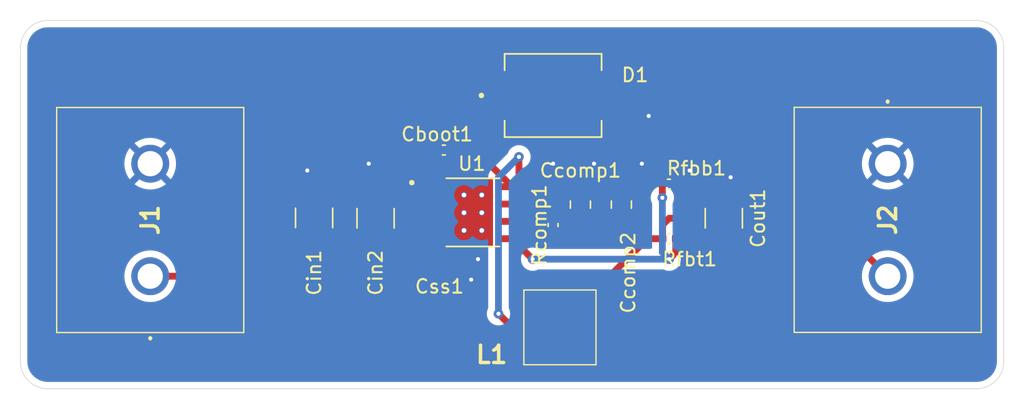
<source format=kicad_pcb>
(kicad_pcb (version 20241229) (generator "pcbnew") (generator_version "9.0")
  (layers (0 "F.Cu" signal) (2 "B.Cu" signal) (13 "F.Paste" user) (15 "B.Paste" user) (5 "F.SilkS" user "F.Silkscreen") (7 "B.SilkS" user "B.Silkscreen") (1 "F.Mask" user) (3 "B.Mask" user) (25 "Edge.Cuts" user))
  (net 0 "")
  (net 1 "Net-(U1-PH)")
  (net 2 "Net-(U1-BOOT)")
  (net 3 "/COMP")
  (net 4 "GND")
  (net 5 "Net-(Ccomp2-Pad1)")
  (net 6 "VIN")
  (net 7 "VOUT")
  (net 8 "Net-(U1-SS)")
  (net 9 "/VFB")
  (footprint "Capacitor_SMD:C_1210_3225Metric" (layer "F.Cu") (at 121 77.5 90)
    (property "Reference" "Cin2" (at -4 0 90) (layer "F.SilkS"))
    (property "Value" "10uF")
    (fp_line (start -0.711252 -1.36) (end 0.711252 -1.36) (stroke (width 0.12)) (layer "F.SilkS"))
    (fp_line (start -0.711252 1.36) (end 0.711252 1.36) (stroke (width 0.12)) (layer "F.SilkS"))
    (pad "1" smd roundrect (at -1.475 0 90) (size 1.15 2.7) (layers "F.Cu" "F.Mask" "F.Paste") (roundrect_rratio 0.217391) (net 6 "VIN"))
    (pad "2" smd roundrect (at 1.475 0 90) (size 1.15 2.7) (layers "F.Cu" "F.Mask" "F.Paste") (roundrect_rratio 0.217391) (net 4 "GND"))
  )
  (footprint "Capacitor_SMD:C_0201_0603Metric" (layer "F.Cu") (at 125.68 81.5)
    (property "Reference" "Css1" (at 0 1 0) (layer "F.SilkS"))
    (property "Value" "8.2nF")
    (pad "1" smd roundrect (at -0.32 0) (size 0.46 0.4) (layers "F.Cu" "F.Mask") (net 8 "Net-(U1-SS)"))
    (pad "2" smd roundrect (at 0.32 0) (size 0.46 0.4) (layers "F.Cu" "F.Mask") (net 4 "GND"))
  )
  (footprint "Capacitor_SMD:C_0402_1005Metric" (layer "F.Cu") (at 126 72.5)
    (property "Reference" "Cboot1" (at -0.5 -1.16 0) (layer "F.SilkS"))
    (property "Value" "100nF")
    (fp_line (start -0.107836 -0.36) (end 0.107836 -0.36) (stroke (width 0.12)) (layer "F.SilkS"))
    (fp_line (start -0.107836 0.36) (end 0.107836 0.36) (stroke (width 0.12)) (layer "F.SilkS"))
    (pad "1" smd roundrect (at -0.48 0) (size 0.56 0.62) (layers "F.Cu" "F.Mask" "F.Paste") (net 1 "Net-(U1-PH)"))
    (pad "2" smd roundrect (at 0.48 0) (size 0.56 0.62) (layers "F.Cu" "F.Mask" "F.Paste") (net 2 "Net-(U1-BOOT)"))
  )
  (footprint "SamacSys_Parts:19774772" (layer "F.Cu") (at 158.5 73.5 -90)
    (property "Reference" "J2" (at 4.12 0 90) (layer "F.SilkS") (effects (font (size 1.27 1.27) (thickness 0.254))))
    (property "Value" "OUTPUT" (hide yes))
    (fp_line (start -4.13 6.85) (end -4.13 -6.85) (stroke (width 0.1)) (layer "F.SilkS"))
    (fp_line (start 12.37 6.85) (end -4.13 6.85) (stroke (width 0.1)) (layer "F.SilkS"))
    (fp_line (start -4.6 0) (end -4.6 0) (stroke (width 0.2)) (layer "F.SilkS"))
    (fp_line (start -4.6 0) (end -4.6 0) (stroke (width 0.2)) (layer "F.SilkS"))
    (fp_line (start -4.5 0) (end -4.5 0) (stroke (width 0.2)) (layer "F.SilkS"))
    (fp_line (start -4.13 -6.85) (end 12.37 -6.85) (stroke (width 0.1)) (layer "F.SilkS"))
    (fp_line (start 12.37 -6.85) (end 12.37 6.85) (stroke (width 0.1)) (layer "F.SilkS"))
    (fp_arc (start -4.6 0) (mid -4.55 -0.05) (end -4.5 0) (stroke (width 0.2)) (layer "F.SilkS"))
    (fp_arc (start -4.5 0) (mid -4.55 0.05) (end -4.6 0) (stroke (width 0.2)) (layer "F.SilkS"))
    (fp_arc (start -4.5 0) (mid -4.55 0.05) (end -4.6 0) (stroke (width 0.2)) (layer "F.SilkS"))
    (pad "1" thru_hole circle (at 0 0 270) (size 2.775 2.775) (drill 1.85) (layers "*.Cu" "*.Mask") (net 4 "GND"))
    (pad "2" thru_hole circle (at 8.25 0 270) (size 2.775 2.775) (drill 1.85) (layers "*.Cu" "*.Mask") (net 7 "VOUT"))
  )
  (footprint "Capacitor_SMD:C_1210_3225Metric" (layer "F.Cu") (at 146.5 77.5 90)
    (property "Reference" "Cout1" (at 0 2.5 90) (layer "F.SilkS"))
    (property "Value" "100uF")
    (fp_line (start -0.711252 -1.36) (end 0.711252 -1.36) (stroke (width 0.12)) (layer "F.SilkS"))
    (fp_line (start -0.711252 1.36) (end 0.711252 1.36) (stroke (width 0.12)) (layer "F.SilkS"))
    (pad "1" smd roundrect (at -1.475 0 90) (size 1.15 2.7) (layers "F.Cu" "F.Mask" "F.Paste") (roundrect_rratio 0.217391) (net 7 "VOUT"))
    (pad "2" smd roundrect (at 1.475 0 90) (size 1.15 2.7) (layers "F.Cu" "F.Mask" "F.Paste") (roundrect_rratio 0.217391) (net 4 "GND"))
  )
  (footprint "Capacitor_SMD:C_0402_1005Metric" (layer "F.Cu") (at 134 78 -90)
    (property "Reference" "Rcomp1" (at 0 1 90) (layer "F.SilkS"))
    (property "Value" "21.5K")
    (fp_line (start -0.107836 0.36) (end 0.107836 0.36) (stroke (width 0.12)) (layer "F.SilkS"))
    (fp_line (start -0.107836 -0.36) (end 0.107836 -0.36) (stroke (width 0.12)) (layer "F.SilkS"))
    (pad "1" smd roundrect (at -0.48 0 270) (size 0.56 0.62) (layers "F.Cu" "F.Mask" "F.Paste") (net 3 "/COMP"))
    (pad "2" smd roundrect (at 0.48 0 270) (size 0.56 0.62) (layers "F.Cu" "F.Mask" "F.Paste") (net 5 "Net-(Ccomp2-Pad1)"))
  )
  (footprint "custom_footprints:CONV_TPS54331DDAR" (layer "F.Cu") (at 128.125 77.095)
    (property "Reference" "U1" (at -0.075 -3.595 0) (layer "F.SilkS"))
    (property "Value" "TPS54331DDAR" (hide yes))
    (fp_line (start -1.95 -2.525) (end 1.95 -2.525) (stroke (width 0.127)) (layer "F.SilkS"))
    (fp_line (start -1.95 2.475) (end 1.95 2.475) (stroke (width 0.127)) (layer "F.SilkS"))
    (fp_circle (center -4.47 -2.205) (end -4.37 -2.205) (stroke (width 0.2)) (fill no) (layer "F.SilkS"))
    (pad "1" smd rect (at -2.875 -1.905) (size 2.2 0.5) (layers "F.Cu") (net 2 "Net-(U1-BOOT)"))
    (pad "2" smd rect (at -2.875 -0.635) (size 2.2 0.5) (layers "F.Cu") (net 6 "VIN"))
    (pad "3" smd rect (at -2.875 0.635) (size 2.2 0.5) (layers "F.Cu"))
    (pad "4" smd rect (at -2.875 1.905) (size 2.2 0.5) (layers "F.Cu") (net 8 "Net-(U1-SS)"))
    (pad "5" smd roundrect (at 2.875 1.905) (size 2.2 0.5) (layers "F.Cu") (roundrect_rratio 0.05) (net 9 "/VFB"))
    (pad "6" smd roundrect (at 2.875 0.635) (size 2.2 0.5) (layers "F.Cu") (roundrect_rratio 0.05) (net 3 "/COMP"))
    (pad "7" smd roundrect (at 2.875 -0.635) (size 2.2 0.5) (layers "F.Cu") (roundrect_rratio 0.05) (net 4 "GND"))
    (pad "8" smd roundrect (at 2.875 -1.905) (size 2.2 0.5) (layers "F.Cu") (roundrect_rratio 0.05) (net 1 "Net-(U1-PH)"))
    (pad "9" smd rect (at 0 0) (size 2.95 4.9) (layers "F.Cu") (net 4 "GND"))
    (pad "10" thru_hole circle (at -0.65 -1.3) (size 0.43 0.43) (drill 0.33) (layers "*.Cu"))
    (pad "11" thru_hole circle (at 0.65 -1.3) (size 0.43 0.43) (drill 0.33) (layers "*.Cu"))
    (pad "12" thru_hole circle (at -0.65 0) (size 0.43 0.43) (drill 0.33) (layers "*.Cu"))
    (pad "13" thru_hole circle (at 0.65 0) (size 0.43 0.43) (drill 0.33) (layers "*.Cu"))
    (pad "14" thru_hole circle (at -0.65 1.3) (size 0.43 0.43) (drill 0.33) (layers "*.Cu"))
    (pad "15" thru_hole circle (at 0.65 1.3) (size 0.43 0.43) (drill 0.33) (layers "*.Cu"))
  )
  (footprint "Capacitor_SMD:C_0402_1005Metric" (layer "F.Cu") (at 142.5 79)
    (property "Reference" "Rfbt1" (at 1.5 1.5 0) (layer "F.SilkS"))
    (property "Value" "10.2K")
    (fp_line (start -0.107836 -0.36) (end 0.107836 -0.36) (stroke (width 0.12)) (layer "F.SilkS"))
    (fp_line (start -0.107836 0.36) (end 0.107836 0.36) (stroke (width 0.12)) (layer "F.SilkS"))
    (pad "1" smd roundrect (at -0.48 0) (size 0.56 0.62) (layers "F.Cu" "F.Mask" "F.Paste") (net 7 "VOUT"))
    (pad "2" smd roundrect (at 0.48 0) (size 0.56 0.62) (layers "F.Cu" "F.Mask" "F.Paste") (net 9 "/VFB"))
  )
  (footprint "Capacitor_SMD:C_1210_3225Metric" (layer "F.Cu") (at 116.5 77.475 90)
    (property "Reference" "Cin1" (at -4.025 0 90) (layer "F.SilkS"))
    (property "Value" "10uF")
    (fp_line (start -0.711252 -1.36) (end 0.711252 -1.36) (stroke (width 0.12)) (layer "F.SilkS"))
    (fp_line (start -0.711252 1.36) (end 0.711252 1.36) (stroke (width 0.12)) (layer "F.SilkS"))
    (pad "1" smd roundrect (at -1.475 0 90) (size 1.15 2.7) (layers "F.Cu" "F.Mask" "F.Paste") (roundrect_rratio 0.217391) (net 6 "VIN"))
    (pad "2" smd roundrect (at 1.475 0 90) (size 1.15 2.7) (layers "F.Cu" "F.Mask" "F.Paste") (roundrect_rratio 0.217391) (net 4 "GND"))
  )
  (footprint "Capacitor_SMD:C_0402_1005Metric" (layer "F.Cu") (at 142.48 75)
    (property "Reference" "Rfbb1" (at 2.02 -1.16 0) (layer "F.SilkS"))
    (property "Value" "3.24K")
    (fp_line (start -0.107836 -0.36) (end 0.107836 -0.36) (stroke (width 0.12)) (layer "F.SilkS"))
    (fp_line (start -0.107836 0.36) (end 0.107836 0.36) (stroke (width 0.12)) (layer "F.SilkS"))
    (pad "1" smd roundrect (at -0.48 0) (size 0.56 0.62) (layers "F.Cu" "F.Mask" "F.Paste") (net 9 "/VFB"))
    (pad "2" smd roundrect (at 0.48 0) (size 0.56 0.62) (layers "F.Cu" "F.Mask" "F.Paste") (net 4 "GND"))
  )
  (footprint "Capacitor_SMD:C_0805_2012Metric" (layer "F.Cu") (at 136 76.5 90)
    (property "Reference" "Ccomp1" (at 2.5 0 180) (layer "F.SilkS"))
    (property "Value" "10pF")
    (fp_line (start -0.261252 -0.735) (end 0.261252 -0.735) (stroke (width 0.12)) (layer "F.SilkS"))
    (fp_line (start -0.261252 0.735) (end 0.261252 0.735) (stroke (width 0.12)) (layer "F.SilkS"))
    (pad "1" smd roundrect (at -0.95 0 90) (size 1 1.45) (layers "F.Cu" "F.Mask" "F.Paste") (net 3 "/COMP"))
    (pad "2" smd roundrect (at 0.95 0 90) (size 1 1.45) (layers "F.Cu" "F.Mask" "F.Paste") (net 4 "GND"))
  )
  (footprint "SamacSys_Parts:XAL5020801MEC" (layer "F.Cu") (at 134.5 85.5)
    (property "Reference" "L1" (at -5 2 0) (layer "F.SilkS") (effects (font (size 1.27 1.27) (thickness 0.254))))
    (property "Value" "6.8uH" (hide yes))
    (fp_line (start -2.64 -2.74) (end 2.64 -2.74) (stroke (width 0.1)) (layer "F.SilkS"))
    (fp_line (start -2.64 2.74) (end -2.64 -2.74) (stroke (width 0.1)) (layer "F.SilkS"))
    (fp_line (start 2.64 -2.74) (end 2.64 2.74) (stroke (width 0.1)) (layer "F.SilkS"))
    (fp_line (start 2.64 2.74) (end -2.64 2.74) (stroke (width 0.1)) (layer "F.SilkS"))
    (pad "1" smd rect (at -1.655 0) (size 1.18 4.7) (layers "F.Cu" "F.Mask" "F.Paste") (net 1 "Net-(U1-PH)"))
    (pad "2" smd rect (at 1.655 0) (size 1.18 4.7) (layers "F.Cu" "F.Mask" "F.Paste") (net 7 "VOUT"))
  )
  (footprint "SamacSys_Parts:19774772" (layer "F.Cu") (at 104.5 81.75 90)
    (property "Reference" "J1" (at 4.12 0 90) (layer "F.SilkS") (effects (font (size 1.27 1.27) (thickness 0.254))))
    (property "Value" "INPUT" (hide yes))
    (fp_line (start 12.37 -6.85) (end 12.37 6.85) (stroke (width 0.1)) (layer "F.SilkS"))
    (fp_line (start -4.13 -6.85) (end 12.37 -6.85) (stroke (width 0.1)) (layer "F.SilkS"))
    (fp_line (start -4.5 0) (end -4.5 0) (stroke (width 0.2)) (layer "F.SilkS"))
    (fp_line (start -4.6 0) (end -4.6 0) (stroke (width 0.2)) (layer "F.SilkS"))
    (fp_line (start -4.6 0) (end -4.6 0) (stroke (width 0.2)) (layer "F.SilkS"))
    (fp_line (start 12.37 6.85) (end -4.13 6.85) (stroke (width 0.1)) (layer "F.SilkS"))
    (fp_line (start -4.13 6.85) (end -4.13 -6.85) (stroke (width 0.1)) (layer "F.SilkS"))
    (fp_arc (start -4.5 0) (mid -4.55 0.05) (end -4.6 0) (stroke (width 0.2)) (layer "F.SilkS"))
    (fp_arc (start -4.5 0) (mid -4.55 0.05) (end -4.6 0) (stroke (width 0.2)) (layer "F.SilkS"))
    (fp_arc (start -4.6 0) (mid -4.55 -0.05) (end -4.5 0) (stroke (width 0.2)) (layer "F.SilkS"))
    (pad "1" thru_hole circle (at 0 0 90) (size 2.775 2.775) (drill 1.85) (layers "*.Cu" "*.Mask") (net 6 "VIN"))
    (pad "2" thru_hole circle (at 8.25 0 90) (size 2.775 2.775) (drill 1.85) (layers "*.Cu" "*.Mask") (net 4 "GND"))
  )
  (footprint "Capacitor_SMD:C_0805_2012Metric" (layer "F.Cu") (at 139 76.5 90)
    (property "Reference" "Ccomp2" (at -5 0.5 90) (layer "F.SilkS"))
    (property "Value" "1.8nF")
    (fp_line (start -0.261252 -0.735) (end 0.261252 -0.735) (stroke (width 0.12)) (layer "F.SilkS"))
    (fp_line (start -0.261252 0.735) (end 0.261252 0.735) (stroke (width 0.12)) (layer "F.SilkS"))
    (pad "1" smd roundrect (at -0.95 0 90) (size 1 1.45) (layers "F.Cu" "F.Mask" "F.Paste") (net 5 "Net-(Ccomp2-Pad1)"))
    (pad "2" smd roundrect (at 0.95 0 90) (size 1 1.45) (layers "F.Cu" "F.Mask" "F.Paste") (net 4 "GND"))
  )
  (footprint "custom_footprints:DIOM6959X245N" (layer "F.Cu") (at 134 68.5)
    (property "Reference" "D1" (at 6 -1.5 0) (layer "F.SilkS"))
    (property "Value" "B540C-13-F")
    (fp_line (start -3.55 -3.05) (end 3.55 -3.05) (stroke (width 0.127)) (layer "F.SilkS"))
    (fp_line (start -3.55 -1.8485) (end -3.55 -3.05) (stroke (width 0.127)) (layer "F.SilkS"))
    (fp_line (start -3.55 1.8485) (end -3.55 3.05) (stroke (width 0.127)) (layer "F.SilkS"))
    (fp_line (start -3.55 3.05) (end 3.55 3.05) (stroke (width 0.127)) (layer "F.SilkS"))
    (fp_line (start 3.55 -3.05) (end 3.55 -1.8485) (stroke (width 0.127)) (layer "F.SilkS"))
    (fp_line (start 3.55 3.05) (end 3.55 1.8485) (stroke (width 0.127)) (layer "F.SilkS"))
    (fp_circle (center -5.25 0) (end -5.15 0) (stroke (width 0.2)) (fill no) (layer "F.SilkS"))
    (pad "A" smd roundrect (at 3.365 0) (size 2.33 3.07) (layers "F.Cu" "F.Mask" "F.Paste") (roundrect_rratio 0.125) (net 4 "GND"))
    (pad "C" smd roundrect (at -3.365 0) (size 2.33 3.07) (layers "F.Cu" "F.Mask" "F.Paste") (roundrect_rratio 0.125) (net 1 "Net-(U1-PH)"))
  )
  (gr_arc (start 97 90) (mid 95.585786 89.414214) (end 95 88) (stroke (width 0.05)) (layer "Edge.Cuts"))
  (gr_line (start 165 90) (end 97 90) (stroke (width 0.05)) (layer "Edge.Cuts"))
  (gr_line (start 167 65) (end 167 88) (stroke (width 0.05)) (layer "Edge.Cuts"))
  (gr_arc (start 95 65) (mid 95.585786 63.585786) (end 97 63) (stroke (width 0.05)) (layer "Edge.Cuts"))
  (gr_line (start 95 88) (end 95 65) (stroke (width 0.05)) (layer "Edge.Cuts"))
  (gr_arc (start 165 63) (mid 166.414214 63.585786) (end 167 65) (stroke (width 0.05)) (layer "Edge.Cuts"))
  (gr_line (start 97 63) (end 165 63) (stroke (width 0.05)) (layer "Edge.Cuts"))
  (gr_arc (start 167 88) (mid 166.414214 89.414214) (end 165 90) (stroke (width 0.05)) (layer "Edge.Cuts"))
  (segment (start 130.635 68.5) (end 128 68.5) (width 0.5) (layer "F.Cu") (net 1))
  (segment (start 125.52 72.5) (end 125.52 72.190001) (width 0.5) (layer "F.Cu") (net 1))
  (segment (start 131.5 74.69) (end 131 75.19) (width 0.5) (layer "F.Cu") (net 1))
  (segment (start 131.5 73) (end 131.5 74.69) (width 0.5) (layer "F.Cu") (net 1))
  (segment (start 128.5 72.69) (end 131 75.19) (width 0.5) (layer "F.Cu") (net 1))
  (segment (start 132.845 85.5) (end 131 85.5) (width 0.5) (layer "F.Cu") (net 1))
  (segment (start 125.52 72.190001) (end 125.52 70.98) (width 0.5) (layer "F.Cu") (net 1))
  (segment (start 125.52 70.98) (end 125.645 70.855) (width 0.5) (layer "F.Cu") (net 1))
  (segment (start 131 85.5) (end 130 84.5) (width 0.5) (layer "F.Cu") (net 1))
  (segment (start 128 68.5) (end 125.52 70.98) (width 0.5) (layer "F.Cu") (net 1))
  (segment (start 125.645 70.855) (end 128.5 70.855) (width 0.5) (layer "F.Cu") (net 1))
  (segment (start 128.5 70.855) (end 128.5 72.69) (width 0.5) (layer "F.Cu") (net 1))
  (via (at 131.5 73) (size 0.7) (drill 0.3) (layers "F.Cu" "B.Cu") (net 1))
  (via (at 130 84.5) (size 0.7) (drill 0.3) (layers "F.Cu" "B.Cu") (net 1))
  (segment (start 130 74.5) (end 131.5 73) (width 0.5) (layer "B.Cu") (net 1))
  (segment (start 130 84.5) (end 130 74.5) (width 0.5) (layer "B.Cu") (net 1))
  (segment (start 126.48 73.96) (end 125.25 75.19) (width 0.5) (layer "F.Cu") (net 2))
  (segment (start 126.48 72.5) (end 126.48 73.96) (width 0.5) (layer "F.Cu") (net 2))
  (segment (start 136 77.45) (end 134.07 77.45) (width 0.5) (layer "F.Cu") (net 3))
  (segment (start 134.07 77.45) (end 134 77.52) (width 0.5) (layer "F.Cu") (net 3))
  (segment (start 134 77.52) (end 131.21 77.52) (width 0.5) (layer "F.Cu") (net 3))
  (segment (start 131.21 77.52) (end 131 77.73) (width 0.5) (layer "F.Cu") (net 3))
  (segment (start 116.5 74.5) (end 116 74) (width 0.5) (layer "F.Cu") (net 4))
  (segment (start 137.365 68.5) (end 139.5 68.5) (width 0.5) (layer "F.Cu") (net 4))
  (segment (start 136 74.5) (end 137 73.5) (width 0.5) (layer "F.Cu") (net 4))
  (segment (start 131 76.46) (end 132.1 76.46) (width 0.5) (layer "F.Cu") (net 4))
  (segment (start 142.96 75) (end 143 75) (width 0.5) (layer "F.Cu") (net 4))
  (segment (start 128.125 80.125) (end 128.5 80.5) (width 0.5) (layer "F.Cu") (net 4))
  (segment (start 126 81.5) (end 127 81.5) (width 0.4) (layer "F.Cu") (net 4))
  (segment (start 121 74) (end 120.5 73.5) (width 0.5) (layer "F.Cu") (net 4))
  (segment (start 128 82) (end 127.5 82) (width 0.5) (layer "F.Cu") (net 4))
  (segment (start 116.5 76) (end 116.5 74.5) (width 0.5) (layer "F.Cu") (net 4))
  (segment (start 146.5 75) (end 147 74.5) (width 0.5) (layer "F.Cu") (net 4))
  (segment (start 121 76.025) (end 121 74) (width 0.5) (layer "F.Cu") (net 4))
  (segment (start 128.125 77.095) (end 128.125 80.125) (width 0.5) (layer "F.Cu") (net 4))
  (segment (start 146.5 76.025) (end 146.5 75) (width 0.5) (layer "F.Cu") (net 4))
  (segment (start 139.5 68.5) (end 141 70) (width 0.5) (layer "F.Cu") (net 4))
  (segment (start 139 75.55) (end 139 75) (width 0.5) (layer "F.Cu") (net 4))
  (segment (start 127.5 82) (end 127 81.5) (width 0.5) (layer "F.Cu") (net 4))
  (segment (start 134 74.56) (end 134 73.5) (width 0.5) (layer "F.Cu") (net 4))
  (segment (start 143 75) (end 144 74) (width 0.5) (layer "F.Cu") (net 4))
  (segment (start 132.1 76.46) (end 134 74.56) (width 0.5) (layer "F.Cu") (net 4))
  (segment (start 139 75) (end 140.5 73.5) (width 0.5) (layer "F.Cu") (net 4))
  (segment (start 136 75.55) (end 136 74.5) (width 0.5) (layer "F.Cu") (net 4))
  (via (at 137 73.5) (size 0.7) (drill 0.3) (layers "F.Cu" "B.Cu") (net 4))
  (via (at 144 74) (size 0.7) (drill 0.3) (layers "F.Cu" "B.Cu") (net 4))
  (via (at 147 74.5) (size 0.7) (drill 0.3) (layers "F.Cu" "B.Cu") (net 4))
  (via (at 128.5 80.5) (size 0.7) (drill 0.3) (layers "F.Cu" "B.Cu") (net 4))
  (via (at 134 73.5) (size 0.7) (drill 0.3) (layers "F.Cu" "B.Cu") (net 4))
  (via (at 140.5 73.5) (size 0.7) (drill 0.3) (layers "F.Cu" "B.Cu") (net 4))
  (via (at 120.5 73.5) (size 0.7) (drill 0.3) (layers "F.Cu" "B.Cu") (net 4))
  (via (at 128 82) (size 0.7) (drill 0.3) (layers "F.Cu" "B.Cu") (net 4))
  (via (at 141 70) (size 0.7) (drill 0.3) (layers "F.Cu" "B.Cu") (net 4))
  (via (at 116 74) (size 0.7) (drill 0.3) (layers "F.Cu" "B.Cu") (net 4))
  (segment (start 139 77.45) (end 137.97 78.48) (width 0.5) (layer "F.Cu") (net 5))
  (segment (start 137.97 78.48) (end 134 78.48) (width 0.5) (layer "F.Cu") (net 5))
  (segment (start 123.515 76.46) (end 125.25 76.46) (width 0.5) (layer "F.Cu") (net 6))
  (segment (start 121 78.975) (end 123.515 76.46) (width 0.5) (layer "F.Cu") (net 6))
  (segment (start 104.5 81.75) (end 113.7 81.75) (width 0.5) (layer "F.Cu") (net 6))
  (segment (start 113.7 81.75) (end 116.5 78.95) (width 0.5) (layer "F.Cu") (net 6))
  (segment (start 116.5 78.95) (end 120.975 78.95) (width 0.5) (layer "F.Cu") (net 6))
  (segment (start 120.975 78.95) (end 121 78.975) (width 0.5) (layer "F.Cu") (net 6))
  (segment (start 142.5 77.5) (end 145.025 77.5) (width 0.5) (layer "F.Cu") (net 7))
  (segment (start 145.025 77.5) (end 146.5 78.975) (width 0.5) (layer "F.Cu") (net 7))
  (segment (start 146.5 78.975) (end 155.725 78.975) (width 0.5) (layer "F.Cu") (net 7))
  (segment (start 142.02 77.98) (end 142.5 77.5) (width 0.5) (layer "F.Cu") (net 7))
  (segment (start 155.725 78.975) (end 158.5 81.75) (width 0.5) (layer "F.Cu") (net 7))
  (segment (start 142.02 79) (end 142.02 77.98) (width 0.5) (layer "F.Cu") (net 7))
  (segment (start 140.895 79) (end 142.02 79) (width 0.5) (layer "F.Cu") (net 7))
  (segment (start 136.155 83.74) (end 140.895 79) (width 0.5) (layer "F.Cu") (net 7))
  (segment (start 136.155 85.5) (end 136.155 83.74) (width 0.5) (layer "F.Cu") (net 7))
  (segment (start 125.25 81.39) (end 125.36 81.5) (width 0.4) (layer "F.Cu") (net 8))
  (segment (start 124.5 79.75) (end 124.5 81.39) (width 0.5) (layer "F.Cu") (net 8))
  (segment (start 125.25 79) (end 124.5 79.75) (width 0.5) (layer "F.Cu") (net 8))
  (segment (start 124.5 81.39) (end 125.25 81.39) (width 0.5) (layer "F.Cu") (net 8))
  (segment (start 142 75) (end 142 76) (width 0.5) (layer "F.Cu") (net 9))
  (segment (start 142.5 80.5) (end 142.98 80.02) (width 0.5) (layer "F.Cu") (net 9))
  (segment (start 142.98 80.02) (end 142.98 79) (width 0.5) (layer "F.Cu") (net 9))
  (segment (start 132.5 80.5) (end 131 79) (width 0.5) (layer "F.Cu") (net 9))
  (via (at 142.5 80.5) (size 0.7) (drill 0.3) (layers "F.Cu" "B.Cu") (net 9))
  (via (at 132.5 80.5) (size 0.7) (drill 0.3) (layers "F.Cu" "B.Cu") (net 9))
  (via (at 142 76) (size 0.7) (drill 0.3) (layers "F.Cu" "B.Cu") (net 9))
  (segment (start 142.5 80.5) (end 132.5 80.5) (width 0.5) (layer "B.Cu") (net 9))
  (segment (start 142 80) (end 142.5 80.5) (width 0.5) (layer "B.Cu") (net 9))
  (segment (start 142 76) (end 142 80) (width 0.5) (layer "B.Cu") (net 9))
  (zone (net 4) (net_name "GND") (layer "B.Cu") (name "GND") (connect_pads (clearance 0.5)) (min_thickness 0.25) (fill yes (thermal_gap 0.5) (thermal_bridge_width 0.5))
    (polygon (pts (xy 168.5 61.5) (xy 168.5 91.5) (xy 93.5 92) (xy 93.5 62)))
  )
)
</source>
